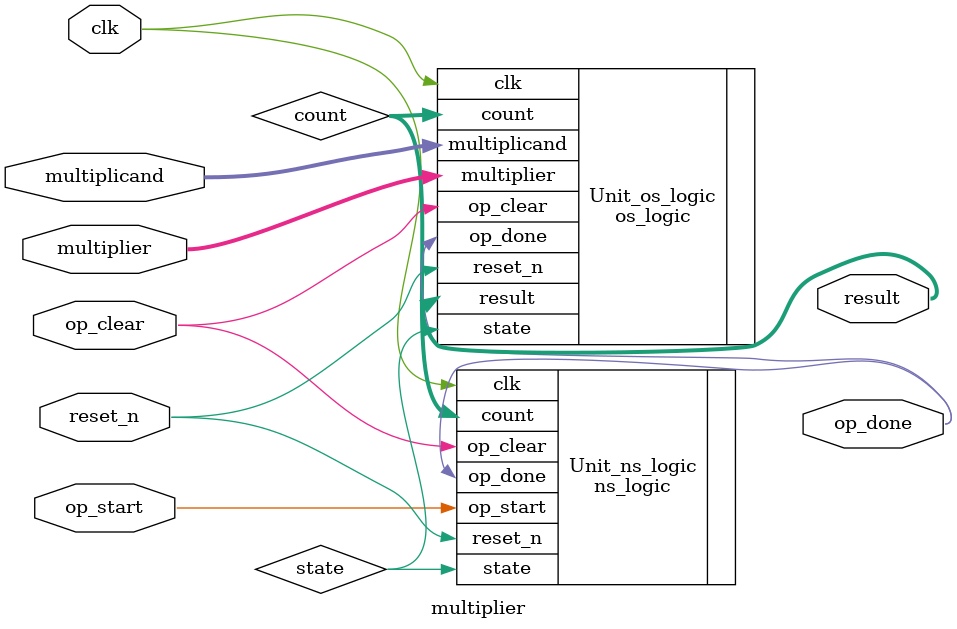
<source format=v>
module multiplier(clk, reset_n, multiplier, multiplicand, op_start, op_clear, op_done, result);
	input clk, reset_n, op_start, op_clear;
	input [63:0] multiplier, multiplicand;
	output op_done;
	output [127:0] result;
	
	wire state;
	wire [6:0] count;
	
	// instance ns logic and os logic to multiply
	ns_logic Unit_ns_logic(.clk(clk), .reset_n(reset_n), .count(count), .op_start(op_start), .op_clear(op_clear), .op_done(op_done), .state(state));
	os_logic Unit_os_logic(.clk(clk), .reset_n(reset_n), .op_clear(op_clear), .multiplier(multiplier), .multiplicand(multiplicand), .count(count), .op_done(op_done), .state(state), .result(result));
	
endmodule

</source>
